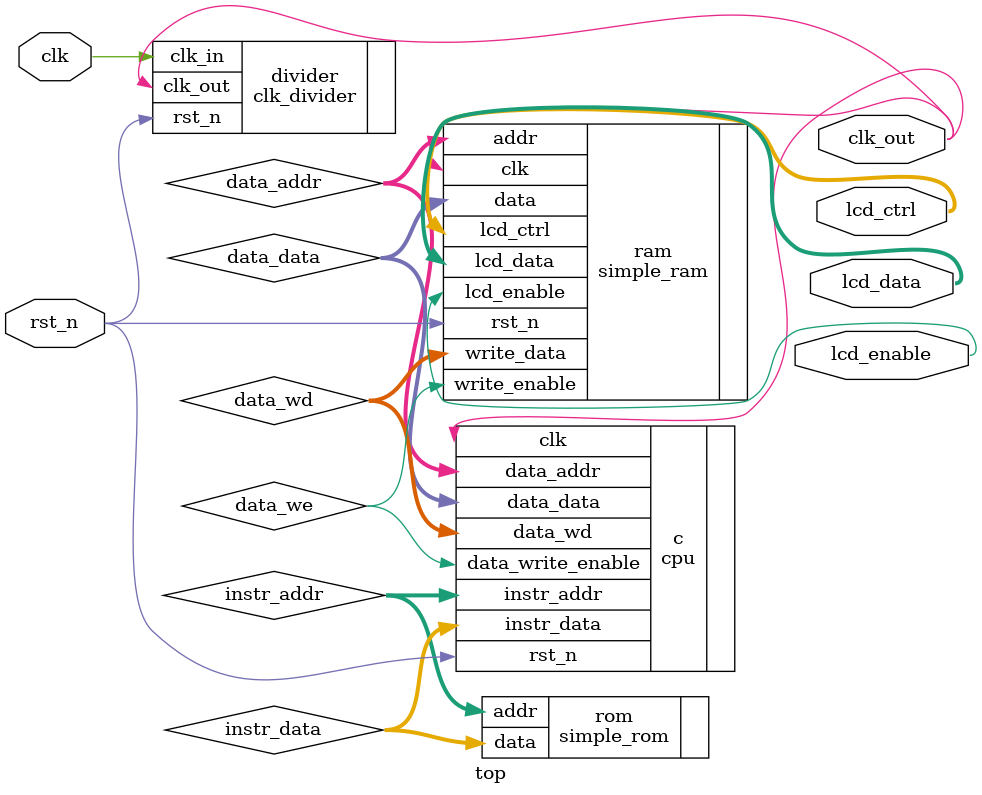
<source format=v>
module top (
    input wire clk,
    input wire rst_n,

    output wire clk_out,
    output wire [7:0] lcd_data,
    output wire [1:0] lcd_ctrl,
    output wire lcd_enable
);
  clk_divider #(
      .PERIOD(2)
  ) divider (
      .clk_in (clk),
      .rst_n  (rst_n),
      .clk_out(clk_out)
  );

  wire [31:0] instr_data;
  wire [31:0] instr_addr;

  simple_rom rom (
      .addr(instr_addr),
      .data(instr_data)
  );

  wire [31:0] data_addr, data_wd, data_data;
  wire data_we;

  simple_ram ram (
      .clk  (clk_out),
      .rst_n(rst_n),

      .addr(data_addr),
      .write_data(data_wd),
      .write_enable(data_we),

      .data(data_data),

      .lcd_data  (lcd_data),
      .lcd_ctrl  (lcd_ctrl),
      .lcd_enable(lcd_enable)
  );

  cpu c (
      .clk  (clk_out),
      .rst_n(rst_n),

      .instr_addr(instr_addr),
      .instr_data(instr_data),

      .data_addr(data_addr),
      .data_wd(data_wd),
      .data_write_enable(data_we),
      .data_data(data_data)
  );
endmodule

</source>
